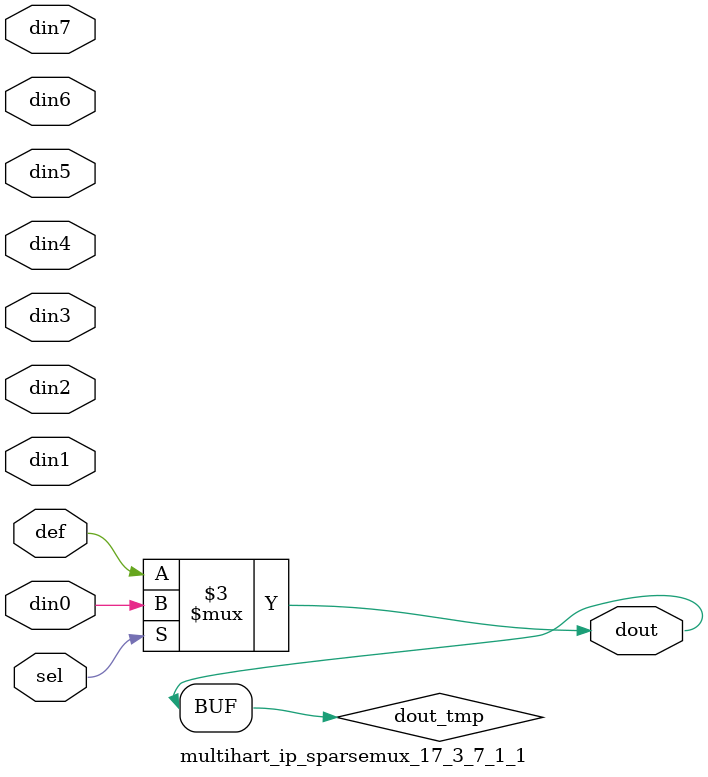
<source format=v>
`timescale 1ns / 1ps

module multihart_ip_sparsemux_17_3_7_1_1 (din0,din1,din2,din3,din4,din5,din6,din7,def,sel,dout);

parameter din0_WIDTH = 1;

parameter din1_WIDTH = 1;

parameter din2_WIDTH = 1;

parameter din3_WIDTH = 1;

parameter din4_WIDTH = 1;

parameter din5_WIDTH = 1;

parameter din6_WIDTH = 1;

parameter din7_WIDTH = 1;

parameter def_WIDTH = 1;
parameter sel_WIDTH = 1;
parameter dout_WIDTH = 1;

parameter [sel_WIDTH-1:0] CASE0 = 1;

parameter [sel_WIDTH-1:0] CASE1 = 1;

parameter [sel_WIDTH-1:0] CASE2 = 1;

parameter [sel_WIDTH-1:0] CASE3 = 1;

parameter [sel_WIDTH-1:0] CASE4 = 1;

parameter [sel_WIDTH-1:0] CASE5 = 1;

parameter [sel_WIDTH-1:0] CASE6 = 1;

parameter [sel_WIDTH-1:0] CASE7 = 1;

parameter ID = 1;
parameter NUM_STAGE = 1;



input [din0_WIDTH-1:0] din0;

input [din1_WIDTH-1:0] din1;

input [din2_WIDTH-1:0] din2;

input [din3_WIDTH-1:0] din3;

input [din4_WIDTH-1:0] din4;

input [din5_WIDTH-1:0] din5;

input [din6_WIDTH-1:0] din6;

input [din7_WIDTH-1:0] din7;

input [def_WIDTH-1:0] def;
input [sel_WIDTH-1:0] sel;

output [dout_WIDTH-1:0] dout;



reg [dout_WIDTH-1:0] dout_tmp;


always @ (*) begin
(* parallel_case *) case (sel)
    
    CASE0 : dout_tmp = din0;
    
    CASE1 : dout_tmp = din1;
    
    CASE2 : dout_tmp = din2;
    
    CASE3 : dout_tmp = din3;
    
    CASE4 : dout_tmp = din4;
    
    CASE5 : dout_tmp = din5;
    
    CASE6 : dout_tmp = din6;
    
    CASE7 : dout_tmp = din7;
    
    default : dout_tmp = def;
endcase
end


assign dout = dout_tmp;



endmodule

</source>
